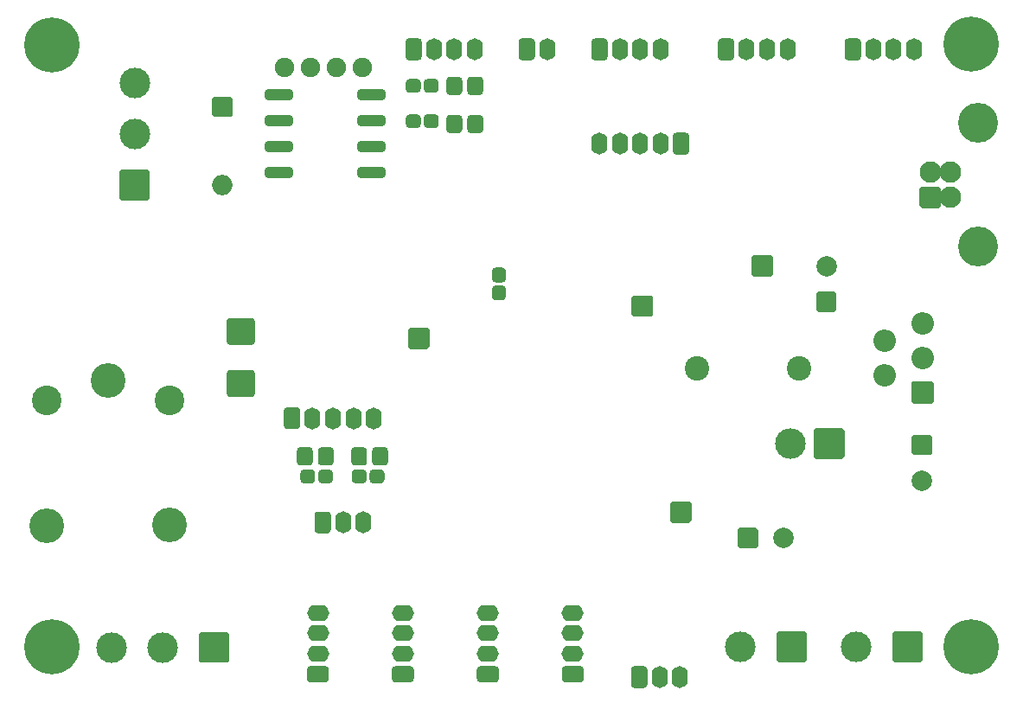
<source format=gbr>
%TF.GenerationSoftware,KiCad,Pcbnew,5.1.10*%
%TF.CreationDate,2021-10-03T17:58:42+03:00*%
%TF.ProjectId,stm32,73746d33-322e-46b6-9963-61645f706362,rev?*%
%TF.SameCoordinates,Original*%
%TF.FileFunction,Soldermask,Bot*%
%TF.FilePolarity,Negative*%
%FSLAX46Y46*%
G04 Gerber Fmt 4.6, Leading zero omitted, Abs format (unit mm)*
G04 Created by KiCad (PCBNEW 5.1.10) date 2021-10-03 17:58:42*
%MOMM*%
%LPD*%
G01*
G04 APERTURE LIST*
%ADD10C,2.000000*%
%ADD11O,3.000000X3.000000*%
%ADD12C,3.000000*%
%ADD13C,2.900000*%
%ADD14C,3.400000*%
%ADD15O,2.000000X2.000000*%
%ADD16O,1.600000X2.150000*%
%ADD17O,2.150000X1.600000*%
%ADD18O,2.200000X2.200000*%
%ADD19C,5.400000*%
%ADD20C,1.900000*%
%ADD21C,2.100000*%
%ADD22C,3.900000*%
%ADD23C,2.400000*%
G04 APERTURE END LIST*
%TO.C,C2*%
G36*
G01*
X94349800Y-116656800D02*
X94349800Y-115981800D01*
G75*
G02*
X94687300Y-115644300I337500J0D01*
G01*
X95462300Y-115644300D01*
G75*
G02*
X95799800Y-115981800I0J-337500D01*
G01*
X95799800Y-116656800D01*
G75*
G02*
X95462300Y-116994300I-337500J0D01*
G01*
X94687300Y-116994300D01*
G75*
G02*
X94349800Y-116656800I0J337500D01*
G01*
G37*
G36*
G01*
X96099800Y-116656800D02*
X96099800Y-115981800D01*
G75*
G02*
X96437300Y-115644300I337500J0D01*
G01*
X97212300Y-115644300D01*
G75*
G02*
X97549800Y-115981800I0J-337500D01*
G01*
X97549800Y-116656800D01*
G75*
G02*
X97212300Y-116994300I-337500J0D01*
G01*
X96437300Y-116994300D01*
G75*
G02*
X96099800Y-116656800I0J337500D01*
G01*
G37*
%TD*%
%TO.C,C3*%
G36*
G01*
X90770600Y-115981800D02*
X90770600Y-116656800D01*
G75*
G02*
X90433100Y-116994300I-337500J0D01*
G01*
X89658100Y-116994300D01*
G75*
G02*
X89320600Y-116656800I0J337500D01*
G01*
X89320600Y-115981800D01*
G75*
G02*
X89658100Y-115644300I337500J0D01*
G01*
X90433100Y-115644300D01*
G75*
G02*
X90770600Y-115981800I0J-337500D01*
G01*
G37*
G36*
G01*
X92520600Y-115981800D02*
X92520600Y-116656800D01*
G75*
G02*
X92183100Y-116994300I-337500J0D01*
G01*
X91408100Y-116994300D01*
G75*
G02*
X91070600Y-116656800I0J337500D01*
G01*
X91070600Y-115981800D01*
G75*
G02*
X91408100Y-115644300I337500J0D01*
G01*
X92183100Y-115644300D01*
G75*
G02*
X92520600Y-115981800I0J-337500D01*
G01*
G37*
%TD*%
D10*
%TO.C,C10*%
X150190200Y-116733200D03*
G36*
G01*
X149390200Y-112233200D02*
X150990200Y-112233200D01*
G75*
G02*
X151190200Y-112433200I0J-200000D01*
G01*
X151190200Y-114033200D01*
G75*
G02*
X150990200Y-114233200I-200000J0D01*
G01*
X149390200Y-114233200D01*
G75*
G02*
X149190200Y-114033200I0J200000D01*
G01*
X149190200Y-112433200D01*
G75*
G02*
X149390200Y-112233200I200000J0D01*
G01*
G37*
%TD*%
%TO.C,C13*%
G36*
G01*
X84570357Y-108548400D02*
X82409243Y-108548400D01*
G75*
G02*
X82114800Y-108253957I0J294443D01*
G01*
X82114800Y-106192843D01*
G75*
G02*
X82409243Y-105898400I294443J0D01*
G01*
X84570357Y-105898400D01*
G75*
G02*
X84864800Y-106192843I0J-294443D01*
G01*
X84864800Y-108253957D01*
G75*
G02*
X84570357Y-108548400I-294443J0D01*
G01*
G37*
G36*
G01*
X84570357Y-103448400D02*
X82409243Y-103448400D01*
G75*
G02*
X82114800Y-103153957I0J294443D01*
G01*
X82114800Y-101092843D01*
G75*
G02*
X82409243Y-100798400I294443J0D01*
G01*
X84570357Y-100798400D01*
G75*
G02*
X84864800Y-101092843I0J-294443D01*
G01*
X84864800Y-103153957D01*
G75*
G02*
X84570357Y-103448400I-294443J0D01*
G01*
G37*
%TD*%
%TO.C,C14*%
G36*
G01*
X141617600Y-100212400D02*
X140017600Y-100212400D01*
G75*
G02*
X139817600Y-100012400I0J200000D01*
G01*
X139817600Y-98412400D01*
G75*
G02*
X140017600Y-98212400I200000J0D01*
G01*
X141617600Y-98212400D01*
G75*
G02*
X141817600Y-98412400I0J-200000D01*
G01*
X141817600Y-100012400D01*
G75*
G02*
X141617600Y-100212400I-200000J0D01*
G01*
G37*
X140817600Y-95712400D03*
%TD*%
%TO.C,D1*%
G36*
G01*
X103619000Y-78642645D02*
X103619000Y-77516555D01*
G75*
G02*
X103955955Y-77179600I336955J0D01*
G01*
X104832045Y-77179600D01*
G75*
G02*
X105169000Y-77516555I0J-336955D01*
G01*
X105169000Y-78642645D01*
G75*
G02*
X104832045Y-78979600I-336955J0D01*
G01*
X103955955Y-78979600D01*
G75*
G02*
X103619000Y-78642645I0J336955D01*
G01*
G37*
G36*
G01*
X105669000Y-78642645D02*
X105669000Y-77516555D01*
G75*
G02*
X106005955Y-77179600I336955J0D01*
G01*
X106882045Y-77179600D01*
G75*
G02*
X107219000Y-77516555I0J-336955D01*
G01*
X107219000Y-78642645D01*
G75*
G02*
X106882045Y-78979600I-336955J0D01*
G01*
X106005955Y-78979600D01*
G75*
G02*
X105669000Y-78642645I0J336955D01*
G01*
G37*
%TD*%
%TO.C,D3*%
G36*
G01*
X103619000Y-82376445D02*
X103619000Y-81250355D01*
G75*
G02*
X103955955Y-80913400I336955J0D01*
G01*
X104832045Y-80913400D01*
G75*
G02*
X105169000Y-81250355I0J-336955D01*
G01*
X105169000Y-82376445D01*
G75*
G02*
X104832045Y-82713400I-336955J0D01*
G01*
X103955955Y-82713400D01*
G75*
G02*
X103619000Y-82376445I0J336955D01*
G01*
G37*
G36*
G01*
X105669000Y-82376445D02*
X105669000Y-81250355D01*
G75*
G02*
X106005955Y-80913400I336955J0D01*
G01*
X106882045Y-80913400D01*
G75*
G02*
X107219000Y-81250355I0J-336955D01*
G01*
X107219000Y-82376445D01*
G75*
G02*
X106882045Y-82713400I-336955J0D01*
G01*
X106005955Y-82713400D01*
G75*
G02*
X105669000Y-82376445I0J336955D01*
G01*
G37*
%TD*%
%TO.C,D4*%
G36*
G01*
X96354600Y-114913845D02*
X96354600Y-113787755D01*
G75*
G02*
X96691555Y-113450800I336955J0D01*
G01*
X97567645Y-113450800D01*
G75*
G02*
X97904600Y-113787755I0J-336955D01*
G01*
X97904600Y-114913845D01*
G75*
G02*
X97567645Y-115250800I-336955J0D01*
G01*
X96691555Y-115250800D01*
G75*
G02*
X96354600Y-114913845I0J336955D01*
G01*
G37*
G36*
G01*
X94304600Y-114913845D02*
X94304600Y-113787755D01*
G75*
G02*
X94641555Y-113450800I336955J0D01*
G01*
X95517645Y-113450800D01*
G75*
G02*
X95854600Y-113787755I0J-336955D01*
G01*
X95854600Y-114913845D01*
G75*
G02*
X95517645Y-115250800I-336955J0D01*
G01*
X94641555Y-115250800D01*
G75*
G02*
X94304600Y-114913845I0J336955D01*
G01*
G37*
%TD*%
%TO.C,D6*%
G36*
G01*
X90538600Y-113787755D02*
X90538600Y-114913845D01*
G75*
G02*
X90201645Y-115250800I-336955J0D01*
G01*
X89325555Y-115250800D01*
G75*
G02*
X88988600Y-114913845I0J336955D01*
G01*
X88988600Y-113787755D01*
G75*
G02*
X89325555Y-113450800I336955J0D01*
G01*
X90201645Y-113450800D01*
G75*
G02*
X90538600Y-113787755I0J-336955D01*
G01*
G37*
G36*
G01*
X92588600Y-113787755D02*
X92588600Y-114913845D01*
G75*
G02*
X92251645Y-115250800I-336955J0D01*
G01*
X91375555Y-115250800D01*
G75*
G02*
X91038600Y-114913845I0J336955D01*
G01*
X91038600Y-113787755D01*
G75*
G02*
X91375555Y-113450800I336955J0D01*
G01*
X92251645Y-113450800D01*
G75*
G02*
X92588600Y-113787755I0J-336955D01*
G01*
G37*
%TD*%
%TO.C,D12*%
G36*
G01*
X142597000Y-111806200D02*
X142597000Y-114406200D01*
G75*
G02*
X142397000Y-114606200I-200000J0D01*
G01*
X139797000Y-114606200D01*
G75*
G02*
X139597000Y-114406200I0J200000D01*
G01*
X139597000Y-111806200D01*
G75*
G02*
X139797000Y-111606200I200000J0D01*
G01*
X142397000Y-111606200D01*
G75*
G02*
X142597000Y-111806200I0J-200000D01*
G01*
G37*
D11*
X137287000Y-113106200D03*
%TD*%
%TO.C,J12*%
G36*
G01*
X150267800Y-131694400D02*
X150267800Y-134294400D01*
G75*
G02*
X150067800Y-134494400I-200000J0D01*
G01*
X147467800Y-134494400D01*
G75*
G02*
X147267800Y-134294400I0J200000D01*
G01*
X147267800Y-131694400D01*
G75*
G02*
X147467800Y-131494400I200000J0D01*
G01*
X150067800Y-131494400D01*
G75*
G02*
X150267800Y-131694400I0J-200000D01*
G01*
G37*
D12*
X143767800Y-132994400D03*
%TD*%
%TO.C,J10*%
G36*
G01*
X82361900Y-131757700D02*
X82361900Y-134357700D01*
G75*
G02*
X82161900Y-134557700I-200000J0D01*
G01*
X79561900Y-134557700D01*
G75*
G02*
X79361900Y-134357700I0J200000D01*
G01*
X79361900Y-131757700D01*
G75*
G02*
X79561900Y-131557700I200000J0D01*
G01*
X82161900Y-131557700D01*
G75*
G02*
X82361900Y-131757700I0J-200000D01*
G01*
G37*
X75861900Y-133057700D03*
X70861900Y-133057700D03*
%TD*%
%TO.C,J7*%
X73101200Y-77782400D03*
X73101200Y-82782400D03*
G36*
G01*
X74401200Y-89282400D02*
X71801200Y-89282400D01*
G75*
G02*
X71601200Y-89082400I0J200000D01*
G01*
X71601200Y-86482400D01*
G75*
G02*
X71801200Y-86282400I200000J0D01*
G01*
X74401200Y-86282400D01*
G75*
G02*
X74601200Y-86482400I0J-200000D01*
G01*
X74601200Y-89082400D01*
G75*
G02*
X74401200Y-89282400I-200000J0D01*
G01*
G37*
%TD*%
D13*
%TO.C,K1*%
X76509600Y-108858600D03*
D14*
X76509600Y-121058600D03*
X64459600Y-121108600D03*
D13*
X64509600Y-108858600D03*
D14*
X70459600Y-106908600D03*
%TD*%
%TO.C,R17*%
G36*
G01*
X108425300Y-95871200D02*
X109100300Y-95871200D01*
G75*
G02*
X109437800Y-96208700I0J-337500D01*
G01*
X109437800Y-96983700D01*
G75*
G02*
X109100300Y-97321200I-337500J0D01*
G01*
X108425300Y-97321200D01*
G75*
G02*
X108087800Y-96983700I0J337500D01*
G01*
X108087800Y-96208700D01*
G75*
G02*
X108425300Y-95871200I337500J0D01*
G01*
G37*
G36*
G01*
X108425300Y-97621200D02*
X109100300Y-97621200D01*
G75*
G02*
X109437800Y-97958700I0J-337500D01*
G01*
X109437800Y-98733700D01*
G75*
G02*
X109100300Y-99071200I-337500J0D01*
G01*
X108425300Y-99071200D01*
G75*
G02*
X108087800Y-98733700I0J337500D01*
G01*
X108087800Y-97958700D01*
G75*
G02*
X108425300Y-97621200I337500J0D01*
G01*
G37*
%TD*%
%TO.C,R3*%
G36*
G01*
X101108400Y-77742100D02*
X101108400Y-78417100D01*
G75*
G02*
X100770900Y-78754600I-337500J0D01*
G01*
X99995900Y-78754600D01*
G75*
G02*
X99658400Y-78417100I0J337500D01*
G01*
X99658400Y-77742100D01*
G75*
G02*
X99995900Y-77404600I337500J0D01*
G01*
X100770900Y-77404600D01*
G75*
G02*
X101108400Y-77742100I0J-337500D01*
G01*
G37*
G36*
G01*
X102858400Y-77742100D02*
X102858400Y-78417100D01*
G75*
G02*
X102520900Y-78754600I-337500J0D01*
G01*
X101745900Y-78754600D01*
G75*
G02*
X101408400Y-78417100I0J337500D01*
G01*
X101408400Y-77742100D01*
G75*
G02*
X101745900Y-77404600I337500J0D01*
G01*
X102520900Y-77404600D01*
G75*
G02*
X102858400Y-77742100I0J-337500D01*
G01*
G37*
%TD*%
%TO.C,R13*%
G36*
G01*
X102858400Y-81196500D02*
X102858400Y-81871500D01*
G75*
G02*
X102520900Y-82209000I-337500J0D01*
G01*
X101745900Y-82209000D01*
G75*
G02*
X101408400Y-81871500I0J337500D01*
G01*
X101408400Y-81196500D01*
G75*
G02*
X101745900Y-80859000I337500J0D01*
G01*
X102520900Y-80859000D01*
G75*
G02*
X102858400Y-81196500I0J-337500D01*
G01*
G37*
G36*
G01*
X101108400Y-81196500D02*
X101108400Y-81871500D01*
G75*
G02*
X100770900Y-82209000I-337500J0D01*
G01*
X99995900Y-82209000D01*
G75*
G02*
X99658400Y-81871500I0J337500D01*
G01*
X99658400Y-81196500D01*
G75*
G02*
X99995900Y-80859000I337500J0D01*
G01*
X100770900Y-80859000D01*
G75*
G02*
X101108400Y-81196500I0J-337500D01*
G01*
G37*
%TD*%
%TO.C,SW1*%
G36*
G01*
X80886400Y-79137000D02*
X82486400Y-79137000D01*
G75*
G02*
X82686400Y-79337000I0J-200000D01*
G01*
X82686400Y-80937000D01*
G75*
G02*
X82486400Y-81137000I-200000J0D01*
G01*
X80886400Y-81137000D01*
G75*
G02*
X80686400Y-80937000I0J200000D01*
G01*
X80686400Y-79337000D01*
G75*
G02*
X80886400Y-79137000I200000J0D01*
G01*
G37*
D15*
X81686400Y-87757000D03*
%TD*%
%TO.C,TP1*%
G36*
G01*
X121759000Y-100494200D02*
X121759000Y-98794200D01*
G75*
G02*
X121959000Y-98594200I200000J0D01*
G01*
X123659000Y-98594200D01*
G75*
G02*
X123859000Y-98794200I0J-200000D01*
G01*
X123859000Y-100494200D01*
G75*
G02*
X123659000Y-100694200I-200000J0D01*
G01*
X121959000Y-100694200D01*
G75*
G02*
X121759000Y-100494200I0J200000D01*
G01*
G37*
%TD*%
%TO.C,TP2*%
G36*
G01*
X125518200Y-120661800D02*
X125518200Y-118961800D01*
G75*
G02*
X125718200Y-118761800I200000J0D01*
G01*
X127418200Y-118761800D01*
G75*
G02*
X127618200Y-118961800I0J-200000D01*
G01*
X127618200Y-120661800D01*
G75*
G02*
X127418200Y-120861800I-200000J0D01*
G01*
X125718200Y-120861800D01*
G75*
G02*
X125518200Y-120661800I0J200000D01*
G01*
G37*
%TD*%
%TO.C,U1*%
G36*
G01*
X97644800Y-78680700D02*
X97644800Y-79205700D01*
G75*
G02*
X97382300Y-79468200I-262500J0D01*
G01*
X95157300Y-79468200D01*
G75*
G02*
X94894800Y-79205700I0J262500D01*
G01*
X94894800Y-78680700D01*
G75*
G02*
X95157300Y-78418200I262500J0D01*
G01*
X97382300Y-78418200D01*
G75*
G02*
X97644800Y-78680700I0J-262500D01*
G01*
G37*
G36*
G01*
X97644800Y-81220700D02*
X97644800Y-81745700D01*
G75*
G02*
X97382300Y-82008200I-262500J0D01*
G01*
X95157300Y-82008200D01*
G75*
G02*
X94894800Y-81745700I0J262500D01*
G01*
X94894800Y-81220700D01*
G75*
G02*
X95157300Y-80958200I262500J0D01*
G01*
X97382300Y-80958200D01*
G75*
G02*
X97644800Y-81220700I0J-262500D01*
G01*
G37*
G36*
G01*
X97644800Y-83760700D02*
X97644800Y-84285700D01*
G75*
G02*
X97382300Y-84548200I-262500J0D01*
G01*
X95157300Y-84548200D01*
G75*
G02*
X94894800Y-84285700I0J262500D01*
G01*
X94894800Y-83760700D01*
G75*
G02*
X95157300Y-83498200I262500J0D01*
G01*
X97382300Y-83498200D01*
G75*
G02*
X97644800Y-83760700I0J-262500D01*
G01*
G37*
G36*
G01*
X97644800Y-86300700D02*
X97644800Y-86825700D01*
G75*
G02*
X97382300Y-87088200I-262500J0D01*
G01*
X95157300Y-87088200D01*
G75*
G02*
X94894800Y-86825700I0J262500D01*
G01*
X94894800Y-86300700D01*
G75*
G02*
X95157300Y-86038200I262500J0D01*
G01*
X97382300Y-86038200D01*
G75*
G02*
X97644800Y-86300700I0J-262500D01*
G01*
G37*
G36*
G01*
X88594800Y-86300700D02*
X88594800Y-86825700D01*
G75*
G02*
X88332300Y-87088200I-262500J0D01*
G01*
X86107300Y-87088200D01*
G75*
G02*
X85844800Y-86825700I0J262500D01*
G01*
X85844800Y-86300700D01*
G75*
G02*
X86107300Y-86038200I262500J0D01*
G01*
X88332300Y-86038200D01*
G75*
G02*
X88594800Y-86300700I0J-262500D01*
G01*
G37*
G36*
G01*
X88594800Y-83760700D02*
X88594800Y-84285700D01*
G75*
G02*
X88332300Y-84548200I-262500J0D01*
G01*
X86107300Y-84548200D01*
G75*
G02*
X85844800Y-84285700I0J262500D01*
G01*
X85844800Y-83760700D01*
G75*
G02*
X86107300Y-83498200I262500J0D01*
G01*
X88332300Y-83498200D01*
G75*
G02*
X88594800Y-83760700I0J-262500D01*
G01*
G37*
G36*
G01*
X88594800Y-81220700D02*
X88594800Y-81745700D01*
G75*
G02*
X88332300Y-82008200I-262500J0D01*
G01*
X86107300Y-82008200D01*
G75*
G02*
X85844800Y-81745700I0J262500D01*
G01*
X85844800Y-81220700D01*
G75*
G02*
X86107300Y-80958200I262500J0D01*
G01*
X88332300Y-80958200D01*
G75*
G02*
X88594800Y-81220700I0J-262500D01*
G01*
G37*
G36*
G01*
X88594800Y-78680700D02*
X88594800Y-79205700D01*
G75*
G02*
X88332300Y-79468200I-262500J0D01*
G01*
X86107300Y-79468200D01*
G75*
G02*
X85844800Y-79205700I0J262500D01*
G01*
X85844800Y-78680700D01*
G75*
G02*
X86107300Y-78418200I262500J0D01*
G01*
X88332300Y-78418200D01*
G75*
G02*
X88594800Y-78680700I0J-262500D01*
G01*
G37*
%TD*%
D16*
%TO.C,J1*%
X95503500Y-120827800D03*
X93503500Y-120827800D03*
G36*
G01*
X90703500Y-121569468D02*
X90703500Y-120086132D01*
G75*
G02*
X91036832Y-119752800I333332J0D01*
G01*
X91970168Y-119752800D01*
G75*
G02*
X92303500Y-120086132I0J-333332D01*
G01*
X92303500Y-121569468D01*
G75*
G02*
X91970168Y-121902800I-333332J0D01*
G01*
X91036832Y-121902800D01*
G75*
G02*
X90703500Y-121569468I0J333332D01*
G01*
G37*
%TD*%
%TO.C,J2*%
X149408400Y-74510900D03*
X147408400Y-74510900D03*
X145408400Y-74510900D03*
G36*
G01*
X142608400Y-75252568D02*
X142608400Y-73769232D01*
G75*
G02*
X142941732Y-73435900I333332J0D01*
G01*
X143875068Y-73435900D01*
G75*
G02*
X144208400Y-73769232I0J-333332D01*
G01*
X144208400Y-75252568D01*
G75*
G02*
X143875068Y-75585900I-333332J0D01*
G01*
X142941732Y-75585900D01*
G75*
G02*
X142608400Y-75252568I0J333332D01*
G01*
G37*
%TD*%
%TO.C,J3*%
G36*
G01*
X130206850Y-75252568D02*
X130206850Y-73769232D01*
G75*
G02*
X130540182Y-73435900I333332J0D01*
G01*
X131473518Y-73435900D01*
G75*
G02*
X131806850Y-73769232I0J-333332D01*
G01*
X131806850Y-75252568D01*
G75*
G02*
X131473518Y-75585900I-333332J0D01*
G01*
X130540182Y-75585900D01*
G75*
G02*
X130206850Y-75252568I0J333332D01*
G01*
G37*
X133006850Y-74510900D03*
X135006850Y-74510900D03*
X137006850Y-74510900D03*
%TD*%
%TO.C,J4*%
G36*
G01*
X117805300Y-75252568D02*
X117805300Y-73769232D01*
G75*
G02*
X118138632Y-73435900I333332J0D01*
G01*
X119071968Y-73435900D01*
G75*
G02*
X119405300Y-73769232I0J-333332D01*
G01*
X119405300Y-75252568D01*
G75*
G02*
X119071968Y-75585900I-333332J0D01*
G01*
X118138632Y-75585900D01*
G75*
G02*
X117805300Y-75252568I0J333332D01*
G01*
G37*
X120605300Y-74510900D03*
X122605300Y-74510900D03*
X124605300Y-74510900D03*
%TD*%
%TO.C,J5*%
G36*
G01*
X99606200Y-75239868D02*
X99606200Y-73756532D01*
G75*
G02*
X99939532Y-73423200I333332J0D01*
G01*
X100872868Y-73423200D01*
G75*
G02*
X101206200Y-73756532I0J-333332D01*
G01*
X101206200Y-75239868D01*
G75*
G02*
X100872868Y-75573200I-333332J0D01*
G01*
X99939532Y-75573200D01*
G75*
G02*
X99606200Y-75239868I0J333332D01*
G01*
G37*
X102406200Y-74498200D03*
X104406200Y-74498200D03*
X106406200Y-74498200D03*
%TD*%
%TO.C,J6*%
G36*
G01*
X121691500Y-136695168D02*
X121691500Y-135211832D01*
G75*
G02*
X122024832Y-134878500I333332J0D01*
G01*
X122958168Y-134878500D01*
G75*
G02*
X123291500Y-135211832I0J-333332D01*
G01*
X123291500Y-136695168D01*
G75*
G02*
X122958168Y-137028500I-333332J0D01*
G01*
X122024832Y-137028500D01*
G75*
G02*
X121691500Y-136695168I0J333332D01*
G01*
G37*
X124491500Y-135953500D03*
X126491500Y-135953500D03*
%TD*%
%TO.C,J8*%
G36*
G01*
X127380900Y-82989432D02*
X127380900Y-84472768D01*
G75*
G02*
X127047568Y-84806100I-333332J0D01*
G01*
X126114232Y-84806100D01*
G75*
G02*
X125780900Y-84472768I0J333332D01*
G01*
X125780900Y-82989432D01*
G75*
G02*
X126114232Y-82656100I333332J0D01*
G01*
X127047568Y-82656100D01*
G75*
G02*
X127380900Y-82989432I0J-333332D01*
G01*
G37*
X124580900Y-83731100D03*
X122580900Y-83731100D03*
X120580900Y-83731100D03*
X118580900Y-83731100D03*
%TD*%
%TO.C,J9*%
X96507700Y-110607100D03*
X94507700Y-110607100D03*
X92507700Y-110607100D03*
X90507700Y-110607100D03*
G36*
G01*
X87707700Y-111348768D02*
X87707700Y-109865432D01*
G75*
G02*
X88041032Y-109532100I333332J0D01*
G01*
X88974368Y-109532100D01*
G75*
G02*
X89307700Y-109865432I0J-333332D01*
G01*
X89307700Y-111348768D01*
G75*
G02*
X88974368Y-111682100I-333332J0D01*
G01*
X88041032Y-111682100D01*
G75*
G02*
X87707700Y-111348768I0J333332D01*
G01*
G37*
%TD*%
%TO.C,J13*%
G36*
G01*
X138914000Y-131694400D02*
X138914000Y-134294400D01*
G75*
G02*
X138714000Y-134494400I-200000J0D01*
G01*
X136114000Y-134494400D01*
G75*
G02*
X135914000Y-134294400I0J200000D01*
G01*
X135914000Y-131694400D01*
G75*
G02*
X136114000Y-131494400I200000J0D01*
G01*
X138714000Y-131494400D01*
G75*
G02*
X138914000Y-131694400I0J-200000D01*
G01*
G37*
D12*
X132414000Y-132994400D03*
%TD*%
%TO.C,J14*%
G36*
G01*
X91775268Y-136486800D02*
X90291932Y-136486800D01*
G75*
G02*
X89958600Y-136153468I0J333332D01*
G01*
X89958600Y-135220132D01*
G75*
G02*
X90291932Y-134886800I333332J0D01*
G01*
X91775268Y-134886800D01*
G75*
G02*
X92108600Y-135220132I0J-333332D01*
G01*
X92108600Y-136153468D01*
G75*
G02*
X91775268Y-136486800I-333332J0D01*
G01*
G37*
D17*
X91033600Y-133686800D03*
X91033600Y-131686800D03*
X91033600Y-129686800D03*
%TD*%
%TO.C,J15*%
X99356333Y-129686800D03*
X99356333Y-131686800D03*
X99356333Y-133686800D03*
G36*
G01*
X100098001Y-136486800D02*
X98614665Y-136486800D01*
G75*
G02*
X98281333Y-136153468I0J333332D01*
G01*
X98281333Y-135220132D01*
G75*
G02*
X98614665Y-134886800I333332J0D01*
G01*
X100098001Y-134886800D01*
G75*
G02*
X100431333Y-135220132I0J-333332D01*
G01*
X100431333Y-136153468D01*
G75*
G02*
X100098001Y-136486800I-333332J0D01*
G01*
G37*
%TD*%
%TO.C,J16*%
X107679066Y-129686800D03*
X107679066Y-131686800D03*
X107679066Y-133686800D03*
G36*
G01*
X108420734Y-136486800D02*
X106937398Y-136486800D01*
G75*
G02*
X106604066Y-136153468I0J333332D01*
G01*
X106604066Y-135220132D01*
G75*
G02*
X106937398Y-134886800I333332J0D01*
G01*
X108420734Y-134886800D01*
G75*
G02*
X108754066Y-135220132I0J-333332D01*
G01*
X108754066Y-136153468D01*
G75*
G02*
X108420734Y-136486800I-333332J0D01*
G01*
G37*
%TD*%
%TO.C,J17*%
X116001800Y-129686800D03*
X116001800Y-131686800D03*
X116001800Y-133686800D03*
G36*
G01*
X116743468Y-136486800D02*
X115260132Y-136486800D01*
G75*
G02*
X114926800Y-136153468I0J333332D01*
G01*
X114926800Y-135220132D01*
G75*
G02*
X115260132Y-134886800I333332J0D01*
G01*
X116743468Y-134886800D01*
G75*
G02*
X117076800Y-135220132I0J-333332D01*
G01*
X117076800Y-136153468D01*
G75*
G02*
X116743468Y-136486800I-333332J0D01*
G01*
G37*
%TD*%
%TO.C,TP3*%
G36*
G01*
X99864200Y-103643800D02*
X99864200Y-101943800D01*
G75*
G02*
X100064200Y-101743800I200000J0D01*
G01*
X101764200Y-101743800D01*
G75*
G02*
X101964200Y-101943800I0J-200000D01*
G01*
X101964200Y-103643800D01*
G75*
G02*
X101764200Y-103843800I-200000J0D01*
G01*
X100064200Y-103843800D01*
G75*
G02*
X99864200Y-103643800I0J200000D01*
G01*
G37*
%TD*%
%TO.C,TP4*%
G36*
G01*
X133519200Y-96557200D02*
X133519200Y-94857200D01*
G75*
G02*
X133719200Y-94657200I200000J0D01*
G01*
X135419200Y-94657200D01*
G75*
G02*
X135619200Y-94857200I0J-200000D01*
G01*
X135619200Y-96557200D01*
G75*
G02*
X135419200Y-96757200I-200000J0D01*
G01*
X133719200Y-96757200D01*
G75*
G02*
X133519200Y-96557200I0J200000D01*
G01*
G37*
%TD*%
%TO.C,U3*%
G36*
G01*
X151115600Y-109195200D02*
X149315600Y-109195200D01*
G75*
G02*
X149115600Y-108995200I0J200000D01*
G01*
X149115600Y-107195200D01*
G75*
G02*
X149315600Y-106995200I200000J0D01*
G01*
X151115600Y-106995200D01*
G75*
G02*
X151315600Y-107195200I0J-200000D01*
G01*
X151315600Y-108995200D01*
G75*
G02*
X151115600Y-109195200I-200000J0D01*
G01*
G37*
D18*
X146515600Y-106395200D03*
X150215600Y-104695200D03*
X146515600Y-102995200D03*
X150215600Y-101295200D03*
%TD*%
D19*
%TO.C,P1*%
X65024000Y-74041000D03*
%TD*%
%TO.C,P2*%
X155000000Y-133000000D03*
%TD*%
%TO.C,P6*%
X65000000Y-133000000D03*
%TD*%
%TO.C,P7*%
X155000000Y-74000000D03*
%TD*%
D20*
%TO.C,Q1*%
X95427800Y-76276200D03*
X92887800Y-76276200D03*
X90347800Y-76276200D03*
X87807800Y-76276200D03*
%TD*%
%TO.C,J11*%
G36*
G01*
X149950000Y-89850000D02*
X149950000Y-88150000D01*
G75*
G02*
X150150000Y-87950000I200000J0D01*
G01*
X151850000Y-87950000D01*
G75*
G02*
X152050000Y-88150000I0J-200000D01*
G01*
X152050000Y-89850000D01*
G75*
G02*
X151850000Y-90050000I-200000J0D01*
G01*
X150150000Y-90050000D01*
G75*
G02*
X149950000Y-89850000I0J200000D01*
G01*
G37*
D21*
X151000000Y-86500000D03*
X153000000Y-86500000D03*
X153000000Y-89000000D03*
D22*
X155710000Y-93770000D03*
X155710000Y-81730000D03*
%TD*%
%TO.C,C16*%
G36*
G01*
X132146800Y-123151800D02*
X132146800Y-121551800D01*
G75*
G02*
X132346800Y-121351800I200000J0D01*
G01*
X133946800Y-121351800D01*
G75*
G02*
X134146800Y-121551800I0J-200000D01*
G01*
X134146800Y-123151800D01*
G75*
G02*
X133946800Y-123351800I-200000J0D01*
G01*
X132346800Y-123351800D01*
G75*
G02*
X132146800Y-123151800I0J200000D01*
G01*
G37*
D10*
X136646800Y-122351800D03*
%TD*%
D23*
%TO.C,L1*%
X128150600Y-105765600D03*
X138150600Y-105765600D03*
%TD*%
%TO.C,J18*%
G36*
G01*
X110687200Y-75239868D02*
X110687200Y-73756532D01*
G75*
G02*
X111020532Y-73423200I333332J0D01*
G01*
X111953868Y-73423200D01*
G75*
G02*
X112287200Y-73756532I0J-333332D01*
G01*
X112287200Y-75239868D01*
G75*
G02*
X111953868Y-75573200I-333332J0D01*
G01*
X111020532Y-75573200D01*
G75*
G02*
X110687200Y-75239868I0J333332D01*
G01*
G37*
D16*
X113487200Y-74498200D03*
%TD*%
M02*

</source>
